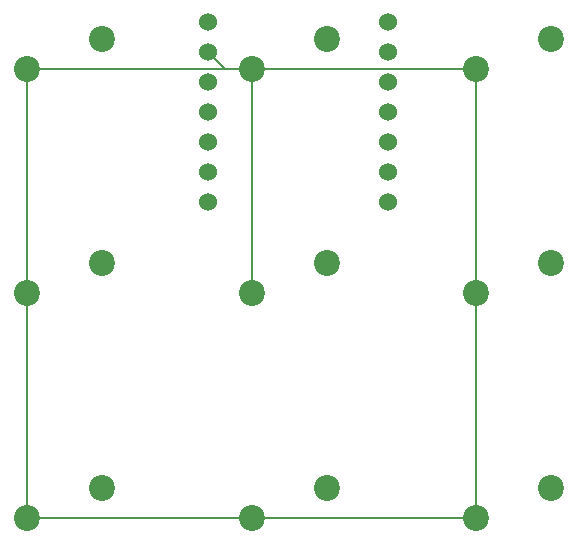
<source format=gbr>
%TF.GenerationSoftware,KiCad,Pcbnew,8.0.5*%
%TF.CreationDate,2024-10-21T01:12:14-05:00*%
%TF.ProjectId,macropad,6d616372-6f70-4616-942e-6b696361645f,rev?*%
%TF.SameCoordinates,Original*%
%TF.FileFunction,Copper,L1,Top*%
%TF.FilePolarity,Positive*%
%FSLAX46Y46*%
G04 Gerber Fmt 4.6, Leading zero omitted, Abs format (unit mm)*
G04 Created by KiCad (PCBNEW 8.0.5) date 2024-10-21 01:12:14*
%MOMM*%
%LPD*%
G01*
G04 APERTURE LIST*
%TA.AperFunction,ComponentPad*%
%ADD10C,2.200000*%
%TD*%
%TA.AperFunction,ComponentPad*%
%ADD11C,1.524000*%
%TD*%
%TA.AperFunction,Conductor*%
%ADD12C,0.200000*%
%TD*%
G04 APERTURE END LIST*
D10*
%TO.P,SW8,1,1*%
%TO.N,Net-(U1-PB09_A7_D7_RX)*%
X138540000Y-92420000D03*
%TO.P,SW8,2,2*%
%TO.N,GND*%
X132190000Y-94960000D03*
%TD*%
%TO.P,SW3,1,1*%
%TO.N,Net-(U1-PA10_A2_D2)*%
X157540000Y-54460000D03*
%TO.P,SW3,2,2*%
%TO.N,GND*%
X151190000Y-57000000D03*
%TD*%
%TO.P,SW4,1,1*%
%TO.N,Net-(U1-PA11_A3_D3)*%
X119500000Y-73420000D03*
%TO.P,SW4,2,2*%
%TO.N,GND*%
X113150000Y-75960000D03*
%TD*%
%TO.P,SW2,1,1*%
%TO.N,Net-(U1-PA4_A1_D1)*%
X138540000Y-54420000D03*
%TO.P,SW2,2,2*%
%TO.N,GND*%
X132190000Y-56960000D03*
%TD*%
%TO.P,SW1,1,1*%
%TO.N,Net-(U1-PA02_A0_D0)*%
X119540000Y-54420000D03*
%TO.P,SW1,2,2*%
%TO.N,GND*%
X113190000Y-56960000D03*
%TD*%
%TO.P,SW5,1,1*%
%TO.N,Net-(U1-PA8_A4_D4_SDA)*%
X138540000Y-73420000D03*
%TO.P,SW5,2,2*%
%TO.N,GND*%
X132190000Y-75960000D03*
%TD*%
%TO.P,SW7,1,1*%
%TO.N,Net-(U1-PB08_A6_D6_TX)*%
X119540000Y-92460000D03*
%TO.P,SW7,2,2*%
%TO.N,GND*%
X113190000Y-95000000D03*
%TD*%
%TO.P,SW9,1,1*%
%TO.N,Net-(U1-PA7_A8_D8_SCK)*%
X157540000Y-92420000D03*
%TO.P,SW9,2,2*%
%TO.N,GND*%
X151190000Y-94960000D03*
%TD*%
%TO.P,SW6,1,1*%
%TO.N,Net-(U1-PA9_A5_D5_SCL)*%
X157540000Y-73420000D03*
%TO.P,SW6,2,2*%
%TO.N,GND*%
X151190000Y-75960000D03*
%TD*%
D11*
%TO.P,U1,1,PA02_A0_D0*%
%TO.N,Net-(U1-PA02_A0_D0)*%
X143740000Y-53000000D03*
%TO.P,U1,2,PA4_A1_D1*%
%TO.N,Net-(U1-PA4_A1_D1)*%
X143740000Y-55540000D03*
%TO.P,U1,3,PA10_A2_D2*%
%TO.N,Net-(U1-PA10_A2_D2)*%
X143740000Y-58080000D03*
%TO.P,U1,4,PA11_A3_D3*%
%TO.N,Net-(U1-PA11_A3_D3)*%
X143740000Y-60620000D03*
%TO.P,U1,5,PA8_A4_D4_SDA*%
%TO.N,Net-(U1-PA8_A4_D4_SDA)*%
X143740000Y-63160000D03*
%TO.P,U1,6,PA9_A5_D5_SCL*%
%TO.N,Net-(U1-PA9_A5_D5_SCL)*%
X143740000Y-65700000D03*
%TO.P,U1,7,PB08_A6_D6_TX*%
%TO.N,Net-(U1-PB08_A6_D6_TX)*%
X143740000Y-68240000D03*
%TO.P,U1,8,PB09_A7_D7_RX*%
%TO.N,Net-(U1-PB09_A7_D7_RX)*%
X128500000Y-68240000D03*
%TO.P,U1,9,PA7_A8_D8_SCK*%
%TO.N,Net-(U1-PA7_A8_D8_SCK)*%
X128500000Y-65700000D03*
%TO.P,U1,10,PA5_A9_D9_MISO*%
%TO.N,unconnected-(U1-PA5_A9_D9_MISO-Pad10)*%
X128500000Y-63160000D03*
%TO.P,U1,11,PA6_A10_D10_MOSI*%
%TO.N,unconnected-(U1-PA6_A10_D10_MOSI-Pad11)*%
X128500000Y-60620000D03*
%TO.P,U1,12,3V3*%
%TO.N,unconnected-(U1-3V3-Pad12)*%
X128500000Y-58080000D03*
%TO.P,U1,13,GND*%
%TO.N,GND*%
X128500000Y-55540000D03*
%TO.P,U1,14,5V*%
%TO.N,unconnected-(U1-5V-Pad14)*%
X128500000Y-53000000D03*
%TD*%
D12*
%TO.N,GND*%
X132190000Y-75960000D02*
X132190000Y-56960000D01*
X113190000Y-56960000D02*
X113190000Y-75920000D01*
X132150000Y-95000000D02*
X132190000Y-94960000D01*
X132190000Y-56960000D02*
X129920000Y-56960000D01*
X151190000Y-75960000D02*
X151190000Y-57000000D01*
X132230000Y-57000000D02*
X132190000Y-56960000D01*
X113190000Y-95000000D02*
X132150000Y-95000000D01*
X113190000Y-75920000D02*
X113150000Y-75960000D01*
X113150000Y-75960000D02*
X113150000Y-94960000D01*
X129920000Y-56960000D02*
X128500000Y-55540000D01*
X113150000Y-94960000D02*
X113190000Y-95000000D01*
X151190000Y-57000000D02*
X132230000Y-57000000D01*
X132190000Y-56960000D02*
X113190000Y-56960000D01*
X132190000Y-94960000D02*
X151190000Y-94960000D01*
X151190000Y-94960000D02*
X151190000Y-75960000D01*
%TD*%
M02*

</source>
